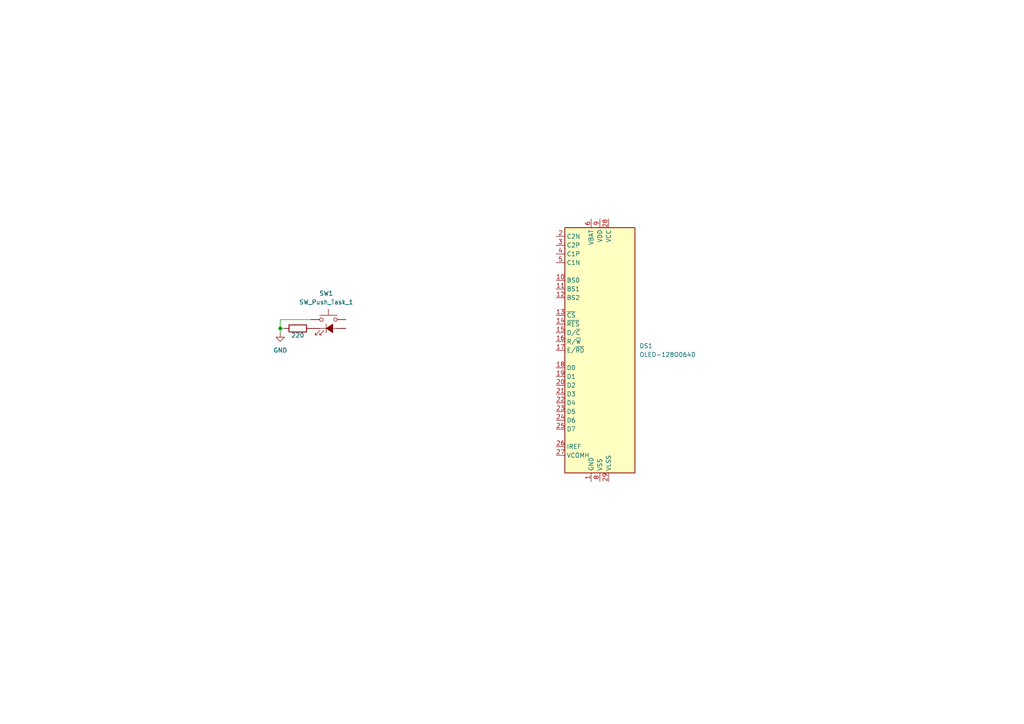
<source format=kicad_sch>
(kicad_sch (version 20230121) (generator eeschema)
  (paper "A4")
  (title_block (title "Task-Tracker-Device") (company "Task-Tracker-Systems"))
  (lib_symbols
    (symbol "Device:R" (pin_numbers hide) (pin_names (offset 0))
      (property "Reference" "R" (at 2.032 0 90))
      (property "Value" "R" (at 0 0 90))
      (symbol "R_0_1"
        (rectangle (start -1.016 -2.54) (end 1.016 2.54) (stroke (width 0.254)))
      )
      (symbol "R_1_1"
        (pin passive line (at 0 3.81 270) (length 1.27) (name "~") (number "1"))
        (pin passive line (at 0 -3.81 90) (length 1.27) (name "~") (number "2"))
      )
    )
    (symbol "Display_Graphic:OLED-128O064D"
      (property "Reference" "DS" (at -10.16 38.1 0))
      (property "Value" "OLED-128O064D" (at 12.7 38.1 0))
      (symbol "OLED-128O064D_0_1"
        (rectangle (start -10.16 35.56) (end 10.16 -35.56) (stroke (width 0.254)) (fill (type background)))
      )
      (symbol "OLED-128O064D_1_1"
        (pin power_in line (at -2.54 -38.1 90) (length 2.54) (name "GND") (number "1"))
        (pin input line (at -12.7 20.32 0) (length 2.54) (name "BS0") (number "10"))
        (pin input line (at -12.7 17.78 0) (length 2.54) (name "BS1") (number "11"))
        (pin input line (at -12.7 15.24 0) (length 2.54) (name "BS2") (number "12"))
        (pin input line (at -12.7 10.16 0) (length 2.54) (name "~{CS}") (number "13"))
        (pin input line (at -12.7 7.62 0) (length 2.54) (name "~{RES}") (number "14"))
        (pin input line (at -12.7 5.08 0) (length 2.54) (name "D/~{C}") (number "15"))
        (pin input line (at -12.7 2.54 0) (length 2.54) (name "R/~{W}") (number "16"))
        (pin input line (at -12.7 0 0) (length 2.54) (name "E/~{RD}") (number "17"))
        (pin bidirectional line (at -12.7 -5.08 0) (length 2.54) (name "D0") (number "18"))
        (pin bidirectional line (at -12.7 -7.62 0) (length 2.54) (name "D1") (number "19"))
        (pin passive line (at -12.7 33.02 0) (length 2.54) (name "C2N") (number "2"))
        (pin bidirectional line (at -12.7 -10.16 0) (length 2.54) (name "D2") (number "20"))
        (pin bidirectional line (at -12.7 -12.7 0) (length 2.54) (name "D3") (number "21"))
        (pin bidirectional line (at -12.7 -15.24 0) (length 2.54) (name "D4") (number "22"))
        (pin bidirectional line (at -12.7 -17.78 0) (length 2.54) (name "D5") (number "23"))
        (pin bidirectional line (at -12.7 -20.32 0) (length 2.54) (name "D6") (number "24"))
        (pin bidirectional line (at -12.7 -22.86 0) (length 2.54) (name "D7") (number "25"))
        (pin passive line (at -12.7 -27.94 0) (length 2.54) (name "IREF") (number "26"))
        (pin passive line (at -12.7 -30.48 0) (length 2.54) (name "VCOMH") (number "27"))
        (pin power_in line (at 2.54 38.1 270) (length 2.54) (name "VCC") (number "28"))
        (pin power_in line (at 2.54 -38.1 90) (length 2.54) (name "VLSS") (number "29"))
        (pin passive line (at -12.7 30.48 0) (length 2.54) (name "C2P") (number "3"))
        (pin passive line (at -2.54 -38.1 90) (length 2.54) hide (name "GND") (number "30"))
        (pin passive line (at -12.7 27.94 0) (length 2.54) (name "C1P") (number "4"))
        (pin passive line (at -12.7 25.4 0) (length 2.54) (name "C1N") (number "5"))
        (pin power_in line (at -2.54 38.1 270) (length 2.54) (name "VBAT") (number "6"))
        (pin no_connect line (at 10.16 0 180) (length 2.54) hide (name "NC") (number "7"))
        (pin power_in line (at 0 -38.1 90) (length 2.54) (name "VSS") (number "8"))
        (pin power_in line (at 0 38.1 270) (length 2.54) (name "VDD") (number "9"))
      )
    )
    (symbol "Switch:SW_Push_LED" (pin_numbers hide) (pin_names (offset 1.016) hide)
      (property "Reference" "SW" (at 0.635 5.715 0))
      (property "Value" "SW_Push_LED" (at 0 -3.175 0))
      (symbol "SW_Push_LED_0_0"
        (polyline (pts (xy -3.81 -1.905) (xy -2.54 -0.635)))
        (polyline (pts (xy -2.54 -1.905) (xy -1.27 -0.635)))
        (polyline (pts (xy -2.54 0) (xy 2.54 0)))
        (polyline (pts (xy -0.635 1.27) (xy -0.635 -1.27)))
        (polyline (pts (xy -3.81 -1.27) (xy -3.81 -1.905) (xy -3.175 -1.905)))
        (polyline (pts (xy -2.54 -1.27) (xy -2.54 -1.905) (xy -1.905 -1.905)))
        (polyline (pts (xy -0.635 0) (xy 1.27 1.27) (xy 1.27 -1.27) (xy -0.635 0)) (fill (type outline)))
      )
      (symbol "SW_Push_LED_0_1"
        (circle (center -2.032 2.54) (radius 0.508))
        (polyline (pts (xy 0 3.81) (xy 0 5.588)))
        (polyline (pts (xy 2.54 3.81) (xy -2.54 3.81)))
        (circle (center 2.032 2.54) (radius 0.508))
        (pin passive line (at -5.08 2.54 0) (length 2.54) (name "1") (number "1"))
        (pin passive line (at 5.08 2.54 180) (length 2.54) (name "2") (number "2"))
        (pin passive line (at -5.08 0 0) (length 2.54) (name "K") (number "3"))
        (pin passive line (at 5.08 0 180) (length 2.54) (name "A") (number "4"))
      )
    )
    (symbol "power:GND" (power) (pin_names (offset 0))
      (property "Value" "GND" (at 0 -3.81 0))
      (symbol "GND_0_1"
        (polyline (pts (xy 0 0) (xy 0 -1.27) (xy 1.27 -1.27) (xy 0 -2.54) (xy -1.27 -1.27) (xy 0 -1.27)))
      )
      (symbol "GND_1_1"
        (pin power_in line (at 0 0 270) (length 0) hide (name "GND") (number "1"))
      )
    )
  )
  (junction (at 81.28 95.25))
  (wire (pts (xy 90.17 92.71) (xy 81.28 92.71)))
  (wire (pts (xy 81.28 96.52) (xy 81.28 95.25)))
  (wire (pts (xy 81.28 92.71) (xy 81.28 95.25)))
  (wire (pts (xy 81.28 95.25) (xy 82.55 95.25)))
  (symbol (lib_id "Device:R") (at 86.36 95.25 90) (unit 1)
    (property "Reference" "R1" (effects hide))
    (property "Value" "220" (at 86.36 96.52 90) (effects (justify bottom)))
  )
  (symbol (lib_id "Display_Graphic:OLED-128O064D") (at 173.99 101.6 0) (unit 1)
    (property "Reference" "DS1" (at 185.42 100.33 0) (effects (justify left)))
    (property "Value" "OLED-128O064D" (at 185.42 102.87 0) (effects (justify left)))
    (property "Footprint" "Display:OLED-128O064D" (effects hide))
    (property "Datasheet" "https://www.vishay.com/docs/37902/oled128o064dbpp3n00000.pdf" (effects hide))
  )
  (symbol (lib_id "power:GND") (at 81.28 96.52 0) (unit 1)
    (property "Reference" "#PWR01" (effects hide))
    (property "Value" "GND" (at 81.28 101.6 0))
  )
  (symbol (lib_id "Switch:SW_Push_LED") (at 95.25 95.25 0) (unit 1)
    (property "Reference" "SW1" (at 94.615 85.09 0))
    (property "Value" "SW_Push_Task_1" (at 94.615 87.63 0))
  )
)
</source>
